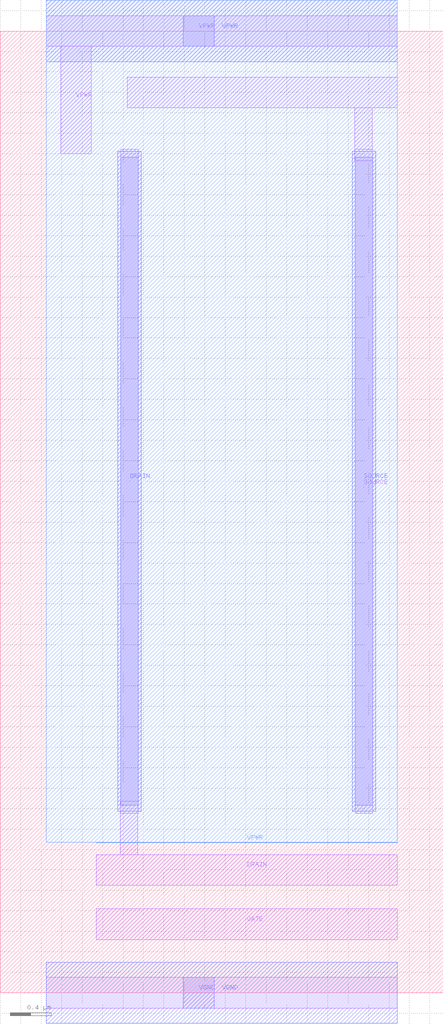
<source format=lef>
VERSION 5.7 ;
  NOWIREEXTENSIONATPIN ON ;
  DIVIDERCHAR "/" ;
  BUSBITCHARS "[]" ;
MACRO sky130_asc_pfet_01v8_lvt_1
  CLASS CORE ;
  FOREIGN sky130_asc_pfet_01v8_lvt_1 ;
  ORIGIN 0.000 0.000 ;
  SIZE 4.330 BY 9.400 ;
  SITE unitasc ;
  PIN GATE
    DIRECTION INOUT ;
    USE SIGNAL ;
    ANTENNAGATEAREA 12.900000 ;
    PORT
      LAYER li1 ;
        RECT 0.940 0.520 3.880 0.820 ;
    END
  END GATE
  PIN SOURCE
    DIRECTION INOUT ;
    USE SIGNAL ;
    ANTENNADIFFAREA 1.870500 ;
    PORT
      LAYER li1 ;
        RECT 1.240 8.650 3.880 8.950 ;
        RECT 3.465 8.245 3.635 8.650 ;
        RECT 3.465 8.130 3.640 8.245 ;
        RECT 3.470 1.755 3.640 8.130 ;
      LAYER mcon ;
        RECT 3.470 1.835 3.640 8.165 ;
      LAYER met1 ;
        RECT 3.440 1.775 3.670 8.225 ;
    END
  END SOURCE
  PIN DRAIN
    DIRECTION INOUT ;
    USE SIGNAL ;
    ANTENNADIFFAREA 1.870500 ;
    PORT
      LAYER li1 ;
        RECT 1.180 1.870 1.350 8.245 ;
        RECT 1.175 1.755 1.350 1.870 ;
        RECT 1.175 1.350 1.345 1.755 ;
        RECT 0.940 1.050 3.880 1.350 ;
      LAYER mcon ;
        RECT 1.180 1.835 1.350 8.165 ;
      LAYER met1 ;
        RECT 1.150 1.775 1.380 8.225 ;
    END
  END DRAIN
  PIN VPWR
    DIRECTION INOUT ;
    USE POWER ;
    PORT
      LAYER nwell ;
        RECT 0.450 1.470 3.880 9.700 ;
        RECT 0.940 1.465 3.880 1.470 ;
      LAYER li1 ;
        RECT 0.450 9.250 3.880 9.550 ;
        RECT 0.590 8.200 0.890 9.250 ;
      LAYER mcon ;
        RECT 1.790 9.250 2.090 9.550 ;
      LAYER met1 ;
        RECT 0.450 9.100 3.880 9.700 ;
    END
  END VPWR
  PIN VGND
    DIRECTION INOUT ;
    USE GROUND ;
    PORT
      LAYER li1 ;
        RECT 0.450 -0.150 3.880 0.150 ;
      LAYER mcon ;
        RECT 1.790 -0.150 2.090 0.150 ;
      LAYER met1 ;
        RECT 0.450 -0.300 3.880 0.300 ;
    END
  END VGND
END sky130_asc_pfet_01v8_lvt_1
END LIBRARY


</source>
